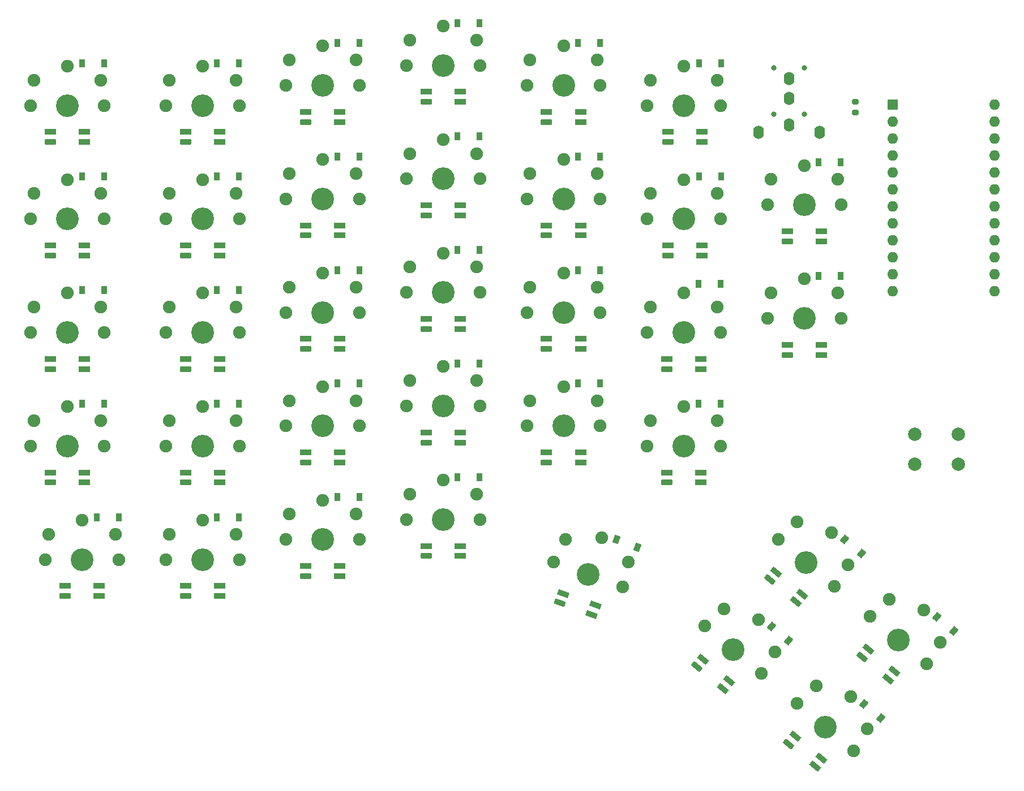
<source format=gbs>
G04 #@! TF.GenerationSoftware,KiCad,Pcbnew,(6.0.5)*
G04 #@! TF.CreationDate,2022-06-20T01:21:13+02:00*
G04 #@! TF.ProjectId,LPKeyboard,4c504b65-7962-46f6-9172-642e6b696361,rev?*
G04 #@! TF.SameCoordinates,Original*
G04 #@! TF.FileFunction,Soldermask,Bot*
G04 #@! TF.FilePolarity,Negative*
%FSLAX46Y46*%
G04 Gerber Fmt 4.6, Leading zero omitted, Abs format (unit mm)*
G04 Created by KiCad (PCBNEW (6.0.5)) date 2022-06-20 01:21:13*
%MOMM*%
%LPD*%
G01*
G04 APERTURE LIST*
G04 Aperture macros list*
%AMRoundRect*
0 Rectangle with rounded corners*
0 $1 Rounding radius*
0 $2 $3 $4 $5 $6 $7 $8 $9 X,Y pos of 4 corners*
0 Add a 4 corners polygon primitive as box body*
4,1,4,$2,$3,$4,$5,$6,$7,$8,$9,$2,$3,0*
0 Add four circle primitives for the rounded corners*
1,1,$1+$1,$2,$3*
1,1,$1+$1,$4,$5*
1,1,$1+$1,$6,$7*
1,1,$1+$1,$8,$9*
0 Add four rect primitives between the rounded corners*
20,1,$1+$1,$2,$3,$4,$5,0*
20,1,$1+$1,$4,$5,$6,$7,0*
20,1,$1+$1,$6,$7,$8,$9,0*
20,1,$1+$1,$8,$9,$2,$3,0*%
%AMRotRect*
0 Rectangle, with rotation*
0 The origin of the aperture is its center*
0 $1 length*
0 $2 width*
0 $3 Rotation angle, in degrees counterclockwise*
0 Add horizontal line*
21,1,$1,$2,0,0,$3*%
G04 Aperture macros list end*
%ADD10C,1.900000*%
%ADD11C,3.400000*%
%ADD12R,1.600000X1.600000*%
%ADD13O,1.600000X1.600000*%
%ADD14C,2.000000*%
%ADD15C,0.800000*%
%ADD16O,1.600000X2.000000*%
%ADD17R,1.700000X0.820000*%
%ADD18RoundRect,0.205000X-0.645000X-0.205000X0.645000X-0.205000X0.645000X0.205000X-0.645000X0.205000X0*%
%ADD19R,0.900000X1.200000*%
%ADD20RotRect,0.900000X1.200000X140.000000*%
%ADD21RotRect,1.700000X0.820000X320.000000*%
%ADD22RoundRect,0.205000X-0.625870X0.257559X0.362327X-0.571637X0.625870X-0.257559X-0.362327X0.571637X0*%
%ADD23RotRect,1.700000X0.820000X340.000000*%
%ADD24RoundRect,0.205000X-0.676216X0.027966X0.535988X-0.413240X0.676216X-0.027966X-0.535988X0.413240X0*%
%ADD25RoundRect,0.200000X0.275000X-0.200000X0.275000X0.200000X-0.275000X0.200000X-0.275000X-0.200000X0*%
%ADD26RotRect,0.900000X1.200000X160.000000*%
G04 APERTURE END LIST*
D10*
X145097500Y-94564400D03*
X134097500Y-94564400D03*
D11*
X139597500Y-94564400D03*
D10*
X139597500Y-88664400D03*
X134597500Y-90764400D03*
X144597500Y-90764400D03*
X163097500Y-92439400D03*
X152097500Y-92439400D03*
D11*
X157597500Y-92439400D03*
D10*
X157597500Y-86539400D03*
X152597500Y-88639400D03*
X162597500Y-88639400D03*
X127097500Y-74564400D03*
X116097500Y-74564400D03*
D11*
X121597500Y-74564400D03*
D10*
X121597500Y-68664400D03*
X116597500Y-70764400D03*
X126597500Y-70764400D03*
X73097500Y-77564400D03*
X62097500Y-77564400D03*
D11*
X67597500Y-77564400D03*
D10*
X67597500Y-71664400D03*
X62597500Y-73764400D03*
X72597500Y-73764400D03*
X163097500Y-75439400D03*
X152097500Y-75439400D03*
D11*
X157597500Y-75439400D03*
D10*
X157597500Y-69539400D03*
X152597500Y-71639400D03*
X162597500Y-71639400D03*
X109097500Y-54564400D03*
X98097500Y-54564400D03*
D11*
X103597500Y-54564400D03*
D10*
X103597500Y-48664400D03*
X98597500Y-50764400D03*
X108597500Y-50764400D03*
X73097500Y-60564400D03*
X62097500Y-60564400D03*
D11*
X67597500Y-60564400D03*
D10*
X67597500Y-54664400D03*
X62597500Y-56764400D03*
X72597500Y-56764400D03*
X151188790Y-145599140D03*
X142762302Y-138528476D03*
D11*
X146975546Y-142063808D03*
D10*
X150767993Y-137544146D03*
X145587917Y-135938901D03*
X153248361Y-142366777D03*
X109097500Y-105564400D03*
X98097500Y-105564400D03*
D11*
X103597500Y-105564400D03*
D10*
X103597500Y-99664400D03*
X98597500Y-101764400D03*
X108597500Y-101764400D03*
X145097500Y-77564400D03*
X134097500Y-77564400D03*
D11*
X139597500Y-77564400D03*
D10*
X139597500Y-71664400D03*
X134597500Y-73764400D03*
X144597500Y-73764400D03*
D12*
X170825000Y-60432500D03*
D13*
X170825000Y-62972500D03*
X170825000Y-65512500D03*
X170825000Y-68052500D03*
X170825000Y-70592500D03*
X170825000Y-73132500D03*
X170825000Y-75672500D03*
X170825000Y-78212500D03*
X170825000Y-80752500D03*
X170825000Y-83292500D03*
X170825000Y-85832500D03*
X170825000Y-88372500D03*
X186065000Y-88372500D03*
X186065000Y-85832500D03*
X186065000Y-83292500D03*
X186065000Y-80752500D03*
X186065000Y-78212500D03*
X186065000Y-75672500D03*
X186065000Y-73132500D03*
X186065000Y-70592500D03*
X186065000Y-68052500D03*
X186065000Y-65512500D03*
X186065000Y-62972500D03*
X186065000Y-60432500D03*
D10*
X109097500Y-88564400D03*
X98097500Y-88564400D03*
D11*
X103597500Y-88564400D03*
D10*
X103597500Y-82664400D03*
X98597500Y-84764400D03*
X108597500Y-84764400D03*
X109097500Y-122564400D03*
X98097500Y-122564400D03*
D11*
X103597500Y-122564400D03*
D10*
X103597500Y-116664400D03*
X98597500Y-118764400D03*
X108597500Y-118764400D03*
X52910000Y-60564400D03*
X41910000Y-60564400D03*
D11*
X47410000Y-60564400D03*
D10*
X47410000Y-54664400D03*
X42410000Y-56764400D03*
X52410000Y-56764400D03*
X52910000Y-77564400D03*
X41910000Y-77564400D03*
D11*
X47410000Y-77564400D03*
D10*
X47410000Y-71664400D03*
X42410000Y-73764400D03*
X52410000Y-73764400D03*
X91097500Y-125564400D03*
X80097500Y-125564400D03*
D11*
X85597500Y-125564400D03*
D10*
X85597500Y-119664400D03*
X80597500Y-121764400D03*
X90597500Y-121764400D03*
X91097500Y-74564400D03*
X80097500Y-74564400D03*
D11*
X85597500Y-74564400D03*
D10*
X85597500Y-68664400D03*
X80597500Y-70764400D03*
X90597500Y-70764400D03*
X73097500Y-111564400D03*
X62097500Y-111564400D03*
D11*
X67597500Y-111564400D03*
D10*
X67597500Y-105664400D03*
X62597500Y-107764400D03*
X72597500Y-107764400D03*
X162116179Y-132576384D03*
X153689691Y-125505720D03*
D11*
X157902935Y-129041052D03*
D10*
X161695382Y-124521390D03*
X156515306Y-122916145D03*
X164175750Y-129344021D03*
X145097500Y-111564400D03*
X134097500Y-111564400D03*
D11*
X139597500Y-111564400D03*
D10*
X139597500Y-105664400D03*
X134597500Y-107764400D03*
X144597500Y-107764400D03*
X73097500Y-128564400D03*
X62097500Y-128564400D03*
D11*
X67597500Y-128564400D03*
D10*
X67597500Y-122664400D03*
X62597500Y-124764400D03*
X72597500Y-124764400D03*
X127097500Y-91564400D03*
X116097500Y-91564400D03*
D11*
X121597500Y-91564400D03*
D10*
X121597500Y-85664400D03*
X116597500Y-87764400D03*
X126597500Y-87764400D03*
X52910000Y-94564400D03*
X41910000Y-94564400D03*
D11*
X47410000Y-94564400D03*
D10*
X47410000Y-88664400D03*
X42410000Y-90764400D03*
X52410000Y-90764400D03*
X91097500Y-57564400D03*
X80097500Y-57564400D03*
D11*
X85597500Y-57564400D03*
D10*
X85597500Y-51664400D03*
X80597500Y-53764400D03*
X90597500Y-53764400D03*
D14*
X180643600Y-109814800D03*
X174143600Y-109814800D03*
X174143600Y-114314800D03*
X180643600Y-114314800D03*
D10*
X73097500Y-94564400D03*
X62097500Y-94564400D03*
D11*
X67597500Y-94564400D03*
D10*
X67597500Y-88664400D03*
X62597500Y-90764400D03*
X72597500Y-90764400D03*
X127097500Y-108564400D03*
X116097500Y-108564400D03*
D11*
X121597500Y-108564400D03*
D10*
X121597500Y-102664400D03*
X116597500Y-104764400D03*
X126597500Y-104764400D03*
X91097500Y-108564400D03*
X80097500Y-108564400D03*
D11*
X85597500Y-108564400D03*
D10*
X85597500Y-102664400D03*
X80597500Y-104764400D03*
X90597500Y-104764400D03*
X127097500Y-57564400D03*
X116097500Y-57564400D03*
D11*
X121597500Y-57564400D03*
D10*
X121597500Y-51664400D03*
X116597500Y-53764400D03*
X126597500Y-53764400D03*
X52910000Y-111564400D03*
X41910000Y-111564400D03*
D11*
X47410000Y-111564400D03*
D10*
X47410000Y-105664400D03*
X42410000Y-107764400D03*
X52410000Y-107764400D03*
X175904979Y-144146561D03*
X167478491Y-137075897D03*
D11*
X171691735Y-140611229D03*
D10*
X175484182Y-136091567D03*
X170304106Y-134486322D03*
X177964550Y-140914198D03*
X145097500Y-60564400D03*
X134097500Y-60564400D03*
D11*
X139597500Y-60564400D03*
D10*
X139597500Y-54664400D03*
X134597500Y-56764400D03*
X144597500Y-56764400D03*
X109097500Y-71564400D03*
X98097500Y-71564400D03*
D11*
X103597500Y-71564400D03*
D10*
X103597500Y-65664400D03*
X98597500Y-67764400D03*
X108597500Y-67764400D03*
D15*
X153035000Y-61907500D03*
X153035000Y-54907500D03*
D16*
X150735000Y-64607500D03*
X155335000Y-59507500D03*
X155335000Y-56507500D03*
X155335000Y-63507500D03*
D10*
X130475493Y-132680565D03*
X120138875Y-128918343D03*
D11*
X125307184Y-130799454D03*
D10*
X127325103Y-125255268D03*
X121908397Y-125518521D03*
X131305324Y-128938723D03*
X55097500Y-128564400D03*
X44097500Y-128564400D03*
D11*
X49597500Y-128564400D03*
D10*
X49597500Y-122664400D03*
X44597500Y-124764400D03*
X54597500Y-124764400D03*
X164977590Y-157169317D03*
X156551102Y-150098653D03*
D11*
X160764346Y-153633985D03*
D10*
X164556793Y-149114323D03*
X159376717Y-147509078D03*
X167037161Y-153936954D03*
X91097500Y-91564400D03*
X80097500Y-91564400D03*
D11*
X85597500Y-91564400D03*
D10*
X85597500Y-85664400D03*
X80597500Y-87764400D03*
X90597500Y-87764400D03*
D17*
X124142764Y-114027565D03*
D18*
X119042764Y-114027565D03*
D17*
X119042764Y-112527565D03*
X124142764Y-112527565D03*
X49955264Y-66027565D03*
D18*
X44855264Y-66027565D03*
D17*
X44855264Y-64527565D03*
X49955264Y-64527565D03*
D19*
X91057500Y-68214400D03*
X87757500Y-68214400D03*
X127057500Y-51214400D03*
X123757500Y-51214400D03*
D15*
X157642915Y-61911819D03*
X157642915Y-54911819D03*
D16*
X159942915Y-64611819D03*
X155342915Y-59511819D03*
X155342915Y-56511819D03*
X155342915Y-63511819D03*
D19*
X73057500Y-54214400D03*
X69757500Y-54214400D03*
D17*
X70142764Y-134027565D03*
D18*
X65042764Y-134027565D03*
D17*
X65042764Y-132527565D03*
X70142764Y-132527565D03*
D19*
X127057500Y-68214400D03*
X123757500Y-68214400D03*
X73057500Y-122214400D03*
X69757500Y-122214400D03*
D17*
X142292764Y-66027565D03*
D18*
X137192764Y-66027565D03*
D17*
X137192764Y-64527565D03*
X142292764Y-64527565D03*
X124142764Y-63027565D03*
D18*
X119042764Y-63027565D03*
D17*
X119042764Y-61527565D03*
X124142764Y-61527565D03*
D19*
X109057500Y-48214400D03*
X105757500Y-48214400D03*
X52870000Y-105214400D03*
X49570000Y-105214400D03*
D17*
X88142764Y-80027565D03*
D18*
X83042764Y-80027565D03*
D17*
X83042764Y-78527565D03*
X88142764Y-78527565D03*
D19*
X91057500Y-85214400D03*
X87757500Y-85214400D03*
X127057500Y-102214400D03*
X123757500Y-102214400D03*
D20*
X155239850Y-140709047D03*
X152711904Y-138587847D03*
D19*
X52870000Y-54214400D03*
X49570000Y-54214400D03*
D17*
X70142764Y-66027565D03*
D18*
X65042764Y-66027565D03*
D17*
X65042764Y-64527565D03*
X70142764Y-64527565D03*
X106142764Y-94027565D03*
D18*
X101042764Y-94027565D03*
D17*
X101042764Y-92527565D03*
X106142764Y-92527565D03*
D19*
X73057500Y-71214400D03*
X69757500Y-71214400D03*
D17*
X124142764Y-80027565D03*
D18*
X119042764Y-80027565D03*
D17*
X119042764Y-78527565D03*
X124142764Y-78527565D03*
X88142764Y-97027565D03*
D18*
X83042764Y-97027565D03*
D17*
X83042764Y-95527565D03*
X88142764Y-95527565D03*
X124142764Y-97027565D03*
D18*
X119042764Y-97027565D03*
D17*
X119042764Y-95527565D03*
X124142764Y-95527565D03*
D19*
X145207500Y-71214400D03*
X141907500Y-71214400D03*
D17*
X106142764Y-60027565D03*
D18*
X101042764Y-60027565D03*
D17*
X101042764Y-58527565D03*
X106142764Y-58527565D03*
X88142764Y-63027565D03*
D18*
X83042764Y-63027565D03*
D17*
X83042764Y-61527565D03*
X88142764Y-61527565D03*
D19*
X91057500Y-119214400D03*
X87757500Y-119214400D03*
D17*
X106142764Y-111027565D03*
D18*
X101042764Y-111027565D03*
D17*
X101042764Y-109527565D03*
X106142764Y-109527565D03*
D19*
X163057500Y-86089400D03*
X159757500Y-86089400D03*
D17*
X106142764Y-77027565D03*
D18*
X101042764Y-77027565D03*
D17*
X101042764Y-75527565D03*
X106142764Y-75527565D03*
D19*
X91057500Y-51214400D03*
X87757500Y-51214400D03*
D17*
X49955264Y-83027565D03*
D18*
X44855264Y-83027565D03*
D17*
X44855264Y-81527565D03*
X49955264Y-81527565D03*
D19*
X163057500Y-69089400D03*
X159757500Y-69089400D03*
D17*
X70142764Y-83027565D03*
D18*
X65042764Y-83027565D03*
D17*
X65042764Y-81527565D03*
X70142764Y-81527565D03*
X49955264Y-117027565D03*
D18*
X44855264Y-117027565D03*
D17*
X44855264Y-115527565D03*
X49955264Y-115527565D03*
D21*
X159199932Y-159457598D03*
D22*
X155293105Y-156179381D03*
D21*
X156257286Y-155030314D03*
X160164113Y-158308531D03*
D23*
X125829387Y-136805167D03*
D24*
X121036955Y-135060864D03*
D23*
X121549985Y-133651325D03*
X126342417Y-135395628D03*
D19*
X73057500Y-88214400D03*
X69757500Y-88214400D03*
D17*
X70142764Y-100027565D03*
D18*
X65042764Y-100027565D03*
D17*
X65042764Y-98527565D03*
X70142764Y-98527565D03*
D19*
X109057500Y-116214400D03*
X105757500Y-116214400D03*
X145057500Y-87257400D03*
X141757500Y-87257400D03*
D21*
X170127323Y-146434842D03*
D22*
X166220496Y-143156625D03*
D21*
X167184677Y-142007558D03*
X171091504Y-145285775D03*
X145411133Y-147887421D03*
D22*
X141504306Y-144609204D03*
D21*
X142468487Y-143460137D03*
X146375314Y-146738354D03*
D17*
X88142764Y-114027565D03*
D18*
X83042764Y-114027565D03*
D17*
X83042764Y-112527565D03*
X88142764Y-112527565D03*
D20*
X169028649Y-152279223D03*
X166500703Y-150158023D03*
D19*
X127057500Y-85214400D03*
X123757500Y-85214400D03*
D17*
X52142764Y-134027565D03*
D18*
X47042764Y-134027565D03*
D17*
X47042764Y-132527565D03*
X52142764Y-132527565D03*
D25*
X165252400Y-61632600D03*
X165252400Y-59982600D03*
D19*
X73057500Y-105214400D03*
X69757500Y-105214400D03*
X55057500Y-122214400D03*
X51757500Y-122214400D03*
X52870000Y-88214400D03*
X49570000Y-88214400D03*
X52870000Y-71214400D03*
X49570000Y-71214400D03*
D17*
X142147500Y-100027400D03*
D18*
X137047500Y-100027400D03*
D17*
X137047500Y-98527400D03*
X142147500Y-98527400D03*
X160142764Y-80902565D03*
D18*
X155042764Y-80902565D03*
D17*
X155042764Y-79402565D03*
X160142764Y-79402565D03*
D19*
X109057500Y-99214400D03*
X105757500Y-99214400D03*
X91057500Y-102214400D03*
X87757500Y-102214400D03*
D14*
X174143600Y-109814800D03*
X180643600Y-109814800D03*
X180643600Y-114314800D03*
X174143600Y-114314800D03*
D20*
X166167239Y-127686291D03*
X163639293Y-125565091D03*
D17*
X106142764Y-128027565D03*
D18*
X101042764Y-128027565D03*
D17*
X101042764Y-126527565D03*
X106142764Y-126527565D03*
D19*
X109057500Y-82214400D03*
X105757500Y-82214400D03*
D17*
X70142764Y-117027565D03*
D18*
X65042764Y-117027565D03*
D17*
X65042764Y-115527565D03*
X70142764Y-115527565D03*
X160142764Y-97902565D03*
D18*
X155042764Y-97902565D03*
D17*
X155042764Y-96402565D03*
X160142764Y-96402565D03*
X49955264Y-100027565D03*
D18*
X44855264Y-100027565D03*
D17*
X44855264Y-98527565D03*
X49955264Y-98527565D03*
D19*
X145207500Y-54214400D03*
X141907500Y-54214400D03*
X145057500Y-105214400D03*
X141757500Y-105214400D03*
D17*
X142142764Y-117027565D03*
D18*
X137042764Y-117027565D03*
D17*
X137042764Y-115527565D03*
X142142764Y-115527565D03*
X142292764Y-83027565D03*
D18*
X137192764Y-83027565D03*
D17*
X137192764Y-81527565D03*
X142292764Y-81527565D03*
D19*
X109057500Y-65214400D03*
X105757500Y-65214400D03*
D26*
X132609734Y-126699836D03*
X129508748Y-125571170D03*
D17*
X88142764Y-131027565D03*
D18*
X83042764Y-131027565D03*
D17*
X83042764Y-129527565D03*
X88142764Y-129527565D03*
D21*
X156338522Y-134864664D03*
D22*
X152431695Y-131586447D03*
D21*
X153395876Y-130437380D03*
X157302703Y-133715597D03*
D20*
X179956039Y-139256468D03*
X177428093Y-137135268D03*
M02*

</source>
